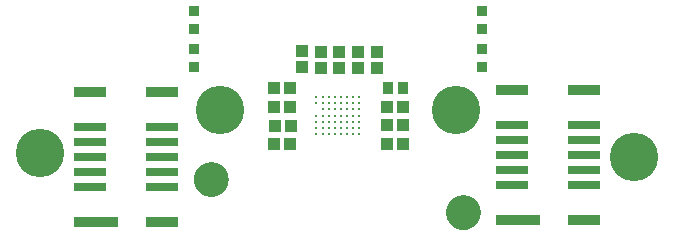
<source format=gbs>
G04*
G04 #@! TF.GenerationSoftware,Altium Limited,Altium Designer,19.0.11 (319)*
G04*
G04 Layer_Color=16711935*
%FSLAX25Y25*%
%MOIN*%
G70*
G01*
G75*
%ADD26C,0.11811*%
%ADD27R,0.03937X0.04331*%
%ADD28R,0.04331X0.03937*%
%ADD29R,0.03740X0.04134*%
%ADD37C,0.16142*%
%ADD51C,0.01284*%
%ADD52R,0.10630X0.03543*%
%ADD53R,0.10630X0.03150*%
%ADD54R,0.14567X0.03543*%
%ADD55R,0.03543X0.03543*%
D26*
X42031Y-31890D02*
G03*
X42031Y-31890I-4J0D01*
G01*
X-42024Y-20866D02*
G03*
X-42024Y-20866I-4J0D01*
G01*
D27*
X-20866Y-2953D02*
D03*
X-15551D02*
D03*
X-21063Y3347D02*
D03*
X-15748D02*
D03*
X-21063Y9547D02*
D03*
X-15748D02*
D03*
X21949Y-8957D02*
D03*
X16634D02*
D03*
X21949Y-2756D02*
D03*
X16634D02*
D03*
X21949Y3445D02*
D03*
X16634D02*
D03*
X-15650Y-9154D02*
D03*
X-20965D02*
D03*
D28*
X-11713Y16535D02*
D03*
Y21850D02*
D03*
X-5512Y21752D02*
D03*
Y16437D02*
D03*
X13189Y21752D02*
D03*
Y16437D02*
D03*
X689Y16437D02*
D03*
Y21752D02*
D03*
X6890Y16437D02*
D03*
Y21752D02*
D03*
D29*
X21850Y9744D02*
D03*
X16732D02*
D03*
D37*
X39664Y2362D02*
D03*
X-39076D02*
D03*
X-99016Y-12106D02*
D03*
X99016Y-13484D02*
D03*
D51*
X-6945Y-5669D02*
D03*
X-4898D02*
D03*
X-2850D02*
D03*
X-803D02*
D03*
X1244D02*
D03*
X3291D02*
D03*
X5339D02*
D03*
X7386D02*
D03*
X-6945Y-3622D02*
D03*
X-4898D02*
D03*
X-2850D02*
D03*
X-803D02*
D03*
X1244D02*
D03*
X3291D02*
D03*
X5339D02*
D03*
X7386D02*
D03*
X-6945Y-1575D02*
D03*
X-4898D02*
D03*
X-2850D02*
D03*
X-803D02*
D03*
X1244D02*
D03*
X3291D02*
D03*
X5339D02*
D03*
X7386D02*
D03*
X-6945Y472D02*
D03*
X-4898D02*
D03*
X-2850D02*
D03*
X-803D02*
D03*
X1244D02*
D03*
X3291D02*
D03*
X5339D02*
D03*
X7386D02*
D03*
X-4898Y2520D02*
D03*
X-2850D02*
D03*
X-803D02*
D03*
X1244D02*
D03*
X3291D02*
D03*
X5339D02*
D03*
X7386D02*
D03*
X-6945Y4567D02*
D03*
X-4898D02*
D03*
X-2850D02*
D03*
X-803D02*
D03*
X1244D02*
D03*
X3291D02*
D03*
X5339D02*
D03*
X7386D02*
D03*
X-6945Y6614D02*
D03*
X-4898D02*
D03*
X-2850D02*
D03*
X-803D02*
D03*
X1244D02*
D03*
X3291D02*
D03*
X5339D02*
D03*
X7386D02*
D03*
D52*
X-58366Y-34921D02*
D03*
Y8386D02*
D03*
X-82382D02*
D03*
X82382Y-34252D02*
D03*
Y9055D02*
D03*
X58366D02*
D03*
D53*
X-58366Y-23268D02*
D03*
Y-18268D02*
D03*
Y-13268D02*
D03*
Y-8268D02*
D03*
Y-3268D02*
D03*
X-82382D02*
D03*
Y-8268D02*
D03*
Y-13268D02*
D03*
Y-18268D02*
D03*
Y-23268D02*
D03*
X82382Y-22598D02*
D03*
Y-17598D02*
D03*
Y-12598D02*
D03*
Y-7598D02*
D03*
Y-2598D02*
D03*
X58366D02*
D03*
Y-7598D02*
D03*
Y-12598D02*
D03*
Y-17598D02*
D03*
Y-22598D02*
D03*
D54*
X-80413Y-34921D02*
D03*
X60335Y-34252D02*
D03*
D55*
X48327Y22539D02*
D03*
Y16634D02*
D03*
X-47933Y22539D02*
D03*
Y16634D02*
D03*
X48327Y35335D02*
D03*
Y29429D02*
D03*
X-47933Y35335D02*
D03*
Y29429D02*
D03*
M02*

</source>
